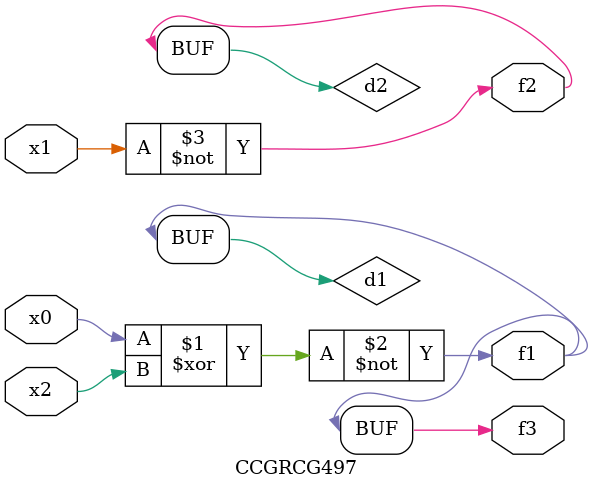
<source format=v>
module CCGRCG497(
	input x0, x1, x2,
	output f1, f2, f3
);

	wire d1, d2, d3;

	xnor (d1, x0, x2);
	nand (d2, x1);
	nor (d3, x1, x2);
	assign f1 = d1;
	assign f2 = d2;
	assign f3 = d1;
endmodule

</source>
